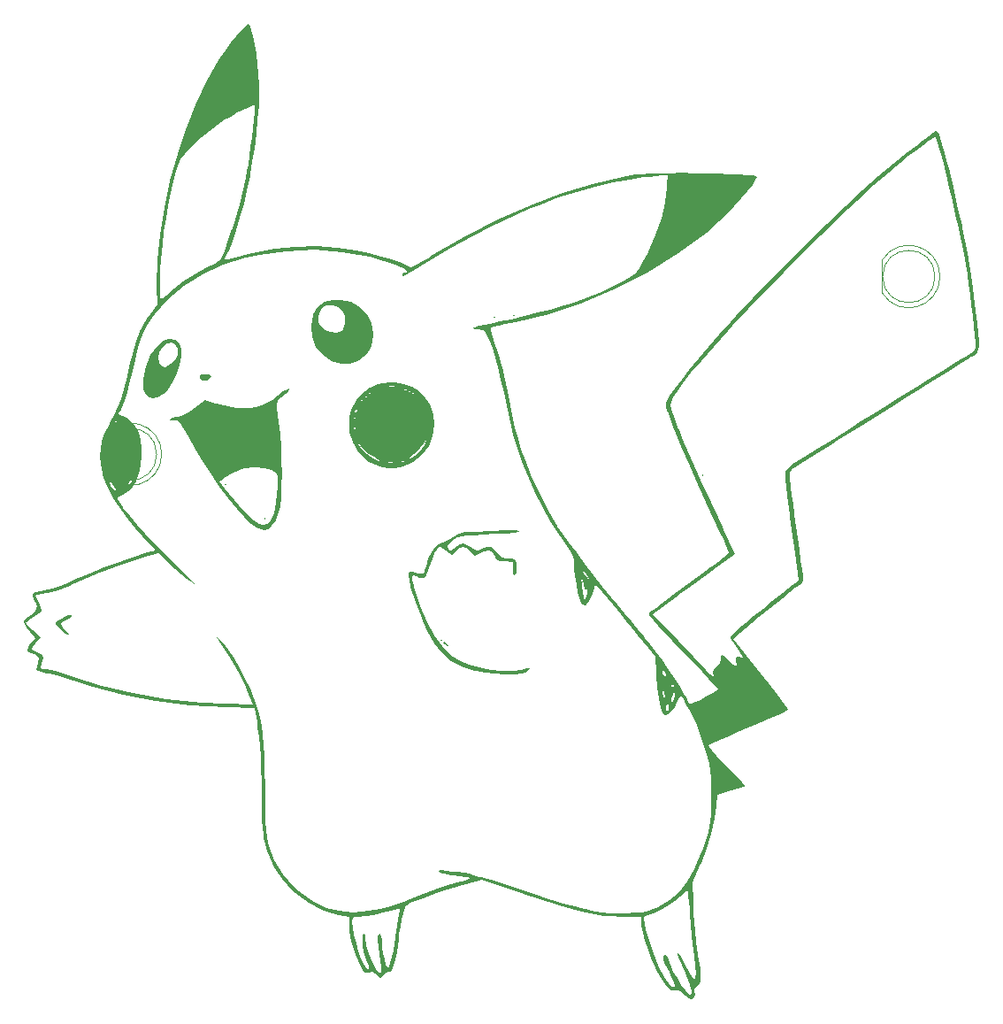
<source format=gbr>
%TF.GenerationSoftware,KiCad,Pcbnew,9.0.2*%
%TF.CreationDate,2025-05-13T19:13:25+05:30*%
%TF.ProjectId,transisted,7472616e-7369-4737-9465-642e6b696361,rev?*%
%TF.SameCoordinates,Original*%
%TF.FileFunction,Legend,Top*%
%TF.FilePolarity,Positive*%
%FSLAX46Y46*%
G04 Gerber Fmt 4.6, Leading zero omitted, Abs format (unit mm)*
G04 Created by KiCad (PCBNEW 9.0.2) date 2025-05-13 19:13:25*
%MOMM*%
%LPD*%
G01*
G04 APERTURE LIST*
%ADD10C,0.000000*%
%ADD11C,0.120000*%
G04 APERTURE END LIST*
D10*
%TO.C,G\u002A\u002A\u002A*%
G36*
X63934455Y-28477340D02*
G01*
X64086364Y-28892464D01*
X64242440Y-29521278D01*
X64394838Y-30312189D01*
X64535710Y-31213601D01*
X64657210Y-32173921D01*
X64751491Y-33141556D01*
X64810706Y-34064910D01*
X64827009Y-34892390D01*
X64823103Y-35090456D01*
X64767093Y-36161775D01*
X64662419Y-37444870D01*
X64520371Y-38839729D01*
X64352241Y-40246339D01*
X64169318Y-41564690D01*
X63982894Y-42694769D01*
X63937781Y-42932500D01*
X63659501Y-44239655D01*
X63336782Y-45569964D01*
X62986757Y-46865614D01*
X62626561Y-48068792D01*
X62273329Y-49121688D01*
X61944196Y-49966490D01*
X61707269Y-50458111D01*
X61544961Y-50768017D01*
X61561955Y-50868469D01*
X61781485Y-50826509D01*
X61830235Y-50812938D01*
X64151538Y-50230169D01*
X66291591Y-49838643D01*
X68317955Y-49632377D01*
X70298191Y-49605386D01*
X72299862Y-49751685D01*
X72926598Y-49830101D01*
X74103776Y-50021851D01*
X75310862Y-50273587D01*
X76477386Y-50566213D01*
X77532880Y-50880634D01*
X78406875Y-51197756D01*
X78982327Y-51471005D01*
X79154384Y-51557347D01*
X79327113Y-51586745D01*
X79549341Y-51539311D01*
X79869897Y-51395160D01*
X80337609Y-51134406D01*
X81001304Y-50737163D01*
X81440165Y-50470007D01*
X84563920Y-48669413D01*
X87689502Y-47072337D01*
X90786015Y-45691092D01*
X93822563Y-44537993D01*
X96768251Y-43625355D01*
X99592184Y-42965492D01*
X100787223Y-42758552D01*
X101345974Y-42698679D01*
X102115081Y-42653470D01*
X103052423Y-42622205D01*
X104115877Y-42604167D01*
X105263320Y-42598637D01*
X106452629Y-42604898D01*
X107641682Y-42622231D01*
X108788357Y-42649919D01*
X109850531Y-42687242D01*
X110786081Y-42733485D01*
X111552885Y-42787927D01*
X112108821Y-42849851D01*
X112411765Y-42918539D01*
X112455348Y-42957460D01*
X112344004Y-43251562D01*
X112034378Y-43719001D01*
X111563078Y-44319499D01*
X110966713Y-45012774D01*
X110281891Y-45758547D01*
X109545220Y-46516538D01*
X108793308Y-47246466D01*
X108062765Y-47908052D01*
X107613473Y-48284969D01*
X104905576Y-50286612D01*
X102002606Y-52088494D01*
X98951226Y-53669370D01*
X95798101Y-55007993D01*
X92589894Y-56083116D01*
X89373269Y-56873493D01*
X88325348Y-57066948D01*
X87735242Y-57178962D01*
X87267984Y-57290266D01*
X87012125Y-57379328D01*
X86996840Y-57389970D01*
X86981345Y-57587177D01*
X87068393Y-57994406D01*
X87239459Y-58528170D01*
X87264517Y-58596132D01*
X87521525Y-59305764D01*
X87747976Y-59989772D01*
X87956943Y-60700132D01*
X88161502Y-61488820D01*
X88374729Y-62407813D01*
X88609698Y-63509087D01*
X88879485Y-64844618D01*
X89034903Y-65633750D01*
X89302745Y-66915420D01*
X89575039Y-68006002D01*
X89888207Y-69030292D01*
X90278673Y-70113088D01*
X90528236Y-70750412D01*
X90907978Y-71642761D01*
X91380366Y-72664708D01*
X91903275Y-73732551D01*
X92434580Y-74762588D01*
X92932155Y-75671116D01*
X93353876Y-76374432D01*
X93375149Y-76407208D01*
X93826284Y-77066887D01*
X94439492Y-77917943D01*
X95174202Y-78907328D01*
X95989845Y-79981997D01*
X96845850Y-81088902D01*
X97701647Y-82174999D01*
X98516667Y-83187239D01*
X99110795Y-83906699D01*
X99771137Y-84695776D01*
X100449825Y-85508250D01*
X101081344Y-86265598D01*
X101600182Y-86889297D01*
X101759780Y-87081699D01*
X102218678Y-87661920D01*
X102771134Y-88401141D01*
X103375652Y-89239452D01*
X103990735Y-90116947D01*
X104574887Y-90973718D01*
X105086613Y-91749856D01*
X105484415Y-92385453D01*
X105706811Y-92780000D01*
X105899864Y-93150938D01*
X106029948Y-93379311D01*
X106046104Y-93401713D01*
X106207551Y-93369796D01*
X106566826Y-93215849D01*
X107049792Y-92979393D01*
X107582312Y-92699950D01*
X108090250Y-92417044D01*
X108499469Y-92170195D01*
X108735833Y-91998927D01*
X108765564Y-91951973D01*
X108648858Y-91812047D01*
X108337872Y-91473362D01*
X107859825Y-90964632D01*
X107241934Y-90314573D01*
X106511419Y-89551899D01*
X105695498Y-88705324D01*
X105331527Y-88329211D01*
X104362818Y-87325773D01*
X103598206Y-86523907D01*
X103017728Y-85900233D01*
X102601423Y-85431369D01*
X102329330Y-85093933D01*
X102181488Y-84864545D01*
X102168062Y-84819932D01*
X102475565Y-84819932D01*
X104223057Y-86617153D01*
X104931978Y-87351087D01*
X105663652Y-88116851D01*
X106343460Y-88835836D01*
X106896784Y-89429429D01*
X107021492Y-89565312D01*
X107600262Y-90179189D01*
X107998914Y-90551676D01*
X108231899Y-90692279D01*
X108313667Y-90610505D01*
X108280493Y-90393560D01*
X108323304Y-90060846D01*
X108579478Y-89819677D01*
X108902213Y-89445287D01*
X108962848Y-89110492D01*
X108990813Y-88786290D01*
X109101486Y-88688939D01*
X109335035Y-88823685D01*
X109731625Y-89195775D01*
X109748956Y-89213165D01*
X110170202Y-89601548D01*
X110418663Y-89736578D01*
X110510839Y-89619809D01*
X110469534Y-89280948D01*
X110417062Y-88952044D01*
X110511018Y-88854563D01*
X110800095Y-88907727D01*
X111236698Y-89017307D01*
X110576023Y-88094685D01*
X110249391Y-87615805D01*
X110013258Y-87226225D01*
X109915855Y-87005915D01*
X109915474Y-86999469D01*
X110031965Y-86837014D01*
X110348838Y-86523282D01*
X110817349Y-86103832D01*
X111374010Y-85636250D01*
X112154818Y-84998069D01*
X113041811Y-84271956D01*
X113896008Y-83571724D01*
X114288984Y-83249132D01*
X114899436Y-82752574D01*
X115453955Y-82310357D01*
X115887553Y-81973774D01*
X116120175Y-81803899D01*
X116494799Y-81555158D01*
X116129452Y-78952266D01*
X115974906Y-77852858D01*
X115805411Y-76649820D01*
X115638984Y-75470870D01*
X115493642Y-74443728D01*
X115459962Y-74206250D01*
X115346056Y-73361503D01*
X115251440Y-72579640D01*
X115185000Y-71940071D01*
X115155625Y-71522204D01*
X115154958Y-71480864D01*
X115148477Y-71335354D01*
X115146055Y-71215024D01*
X115172494Y-71101680D01*
X115252597Y-70977124D01*
X115411166Y-70823160D01*
X115673004Y-70621592D01*
X116062912Y-70354223D01*
X116605695Y-70002858D01*
X117326153Y-69549300D01*
X118249090Y-68975353D01*
X119399308Y-68262821D01*
X120313473Y-67696342D01*
X121293630Y-67086197D01*
X122409076Y-66388085D01*
X123530377Y-65683218D01*
X124528097Y-65052805D01*
X124645167Y-64978528D01*
X125186764Y-64637378D01*
X125928905Y-64173679D01*
X126817006Y-63621182D01*
X127796484Y-63013638D01*
X128812755Y-62384798D01*
X129811234Y-61768414D01*
X130737339Y-61198237D01*
X131536484Y-60708018D01*
X132154087Y-60331507D01*
X132418160Y-60172210D01*
X132970491Y-59815297D01*
X133282253Y-59537380D01*
X133403565Y-59289754D01*
X133410348Y-59208022D01*
X133389331Y-58801327D01*
X133331087Y-58141743D01*
X133242820Y-57290759D01*
X133131738Y-56309861D01*
X133005046Y-55260537D01*
X132869952Y-54204273D01*
X132733661Y-53202557D01*
X132603380Y-52316877D01*
X132600572Y-52298750D01*
X132447573Y-51386820D01*
X132249758Y-50322627D01*
X132015740Y-49143216D01*
X131754128Y-47885634D01*
X131473532Y-46586926D01*
X131182563Y-45284139D01*
X130889831Y-44014317D01*
X130603948Y-42814508D01*
X130333522Y-41721757D01*
X130087165Y-40773111D01*
X129873487Y-40005614D01*
X129701098Y-39456313D01*
X129578609Y-39162254D01*
X129538085Y-39122499D01*
X129339563Y-39218844D01*
X128940135Y-39486076D01*
X128382534Y-39891500D01*
X127709490Y-40402414D01*
X126963733Y-40986122D01*
X126187995Y-41609923D01*
X125425006Y-42241121D01*
X125075973Y-42537014D01*
X123655443Y-43782891D01*
X122071886Y-45225763D01*
X120369525Y-46822101D01*
X118592586Y-48528375D01*
X116785292Y-50301055D01*
X114991870Y-52096612D01*
X113256544Y-53871516D01*
X111623538Y-55582236D01*
X110137078Y-57185244D01*
X109673129Y-57697765D01*
X108288733Y-59251746D01*
X107121096Y-60593505D01*
X106161498Y-61734350D01*
X105401221Y-62685590D01*
X104831546Y-63458533D01*
X104443754Y-64064488D01*
X104229125Y-64514765D01*
X104178942Y-64820670D01*
X104179287Y-64823390D01*
X104257340Y-65123891D01*
X104431447Y-65646854D01*
X104676618Y-66321218D01*
X104967868Y-67075921D01*
X104997738Y-67151000D01*
X105315584Y-67940122D01*
X105628616Y-68698817D01*
X105954199Y-69465796D01*
X106309696Y-70279766D01*
X106712472Y-71179435D01*
X107179891Y-72203511D01*
X107729317Y-73390703D01*
X108378113Y-74779719D01*
X109143644Y-76409266D01*
X109297107Y-76735216D01*
X110375970Y-79026057D01*
X108616179Y-80307091D01*
X107839660Y-80873782D01*
X106907797Y-81556051D01*
X105920484Y-82280639D01*
X104977615Y-82974285D01*
X104665977Y-83204028D01*
X102475565Y-84819932D01*
X102168062Y-84819932D01*
X102137934Y-84719823D01*
X102178707Y-84636385D01*
X102178786Y-84636323D01*
X102385114Y-84479874D01*
X102797533Y-84172622D01*
X103366132Y-83751566D01*
X104040999Y-83253701D01*
X104460731Y-82944850D01*
X105332897Y-82303571D01*
X106280576Y-81606572D01*
X107200562Y-80929772D01*
X107989645Y-80349090D01*
X108129410Y-80246208D01*
X108743705Y-79781895D01*
X109251836Y-79374790D01*
X109605064Y-79065646D01*
X109754646Y-78895210D01*
X109756598Y-78885792D01*
X109691453Y-78701570D01*
X109508689Y-78272996D01*
X109227309Y-77642321D01*
X108866315Y-76851796D01*
X108444712Y-75943670D01*
X108174392Y-75368045D01*
X107392959Y-73689651D01*
X106637872Y-72027175D01*
X105932752Y-70434666D01*
X105301216Y-68966171D01*
X104766886Y-67675739D01*
X104371434Y-66665625D01*
X104158334Y-66101470D01*
X103970375Y-65609409D01*
X103868895Y-65348467D01*
X103752723Y-64934966D01*
X103724098Y-64685107D01*
X103829689Y-64387578D01*
X104131773Y-63886153D01*
X104608315Y-63207268D01*
X105237278Y-62377356D01*
X105996627Y-61422851D01*
X106864328Y-60370189D01*
X107818344Y-59245802D01*
X108836639Y-58076125D01*
X109897179Y-56887593D01*
X110977929Y-55706639D01*
X112056851Y-54559699D01*
X112839509Y-53750050D01*
X115123116Y-51434923D01*
X117220005Y-49345622D01*
X119148291Y-47465382D01*
X120926087Y-45777441D01*
X122571510Y-44265034D01*
X124102675Y-42911398D01*
X125537695Y-41699769D01*
X126894687Y-40613384D01*
X127695348Y-40002430D01*
X128334991Y-39523365D01*
X128892634Y-39105117D01*
X129313623Y-38788719D01*
X129543305Y-38615205D01*
X129558029Y-38603922D01*
X129665494Y-38559255D01*
X129770246Y-38623366D01*
X129885598Y-38831514D01*
X130024863Y-39218958D01*
X130201354Y-39820958D01*
X130428384Y-40672772D01*
X130618157Y-41411634D01*
X130811296Y-42174707D01*
X130986878Y-42881469D01*
X131159003Y-43591675D01*
X131341770Y-44365078D01*
X131549279Y-45261433D01*
X131795630Y-46340492D01*
X132094921Y-47662011D01*
X132138231Y-47853750D01*
X132623350Y-50266064D01*
X133051096Y-52956133D01*
X133402942Y-55749576D01*
X133539034Y-56963889D01*
X133638392Y-57903200D01*
X133697328Y-58608282D01*
X133712153Y-59119910D01*
X133679176Y-59478855D01*
X133594709Y-59725893D01*
X133455063Y-59901796D01*
X133256547Y-60047338D01*
X133000217Y-60200470D01*
X132643685Y-60416585D01*
X132067415Y-60771011D01*
X131299403Y-61246229D01*
X130367647Y-61824718D01*
X129300143Y-62488958D01*
X128124890Y-63221428D01*
X126869884Y-64004608D01*
X125563122Y-64820977D01*
X124232602Y-65653016D01*
X122906321Y-66483203D01*
X121612276Y-67294018D01*
X120378464Y-68067941D01*
X119232882Y-68787452D01*
X118203528Y-69435029D01*
X117318398Y-69993154D01*
X116605490Y-70444304D01*
X116092801Y-70770960D01*
X115808328Y-70955601D01*
X115761253Y-70988483D01*
X115640217Y-71163341D01*
X115596520Y-71469447D01*
X115623693Y-71982103D01*
X115652327Y-72256286D01*
X115704880Y-72686378D01*
X115793642Y-73372567D01*
X115910672Y-74256536D01*
X116048029Y-75279966D01*
X116197770Y-76384540D01*
X116351954Y-77511939D01*
X116502640Y-78603846D01*
X116641885Y-79601943D01*
X116761748Y-80447912D01*
X116854287Y-81083436D01*
X116855618Y-81092353D01*
X116880798Y-81554214D01*
X116768557Y-81799965D01*
X116711528Y-81839922D01*
X116521886Y-81977045D01*
X116130946Y-82281509D01*
X115581957Y-82718163D01*
X114918168Y-83251855D01*
X114182827Y-83847436D01*
X113419184Y-84469753D01*
X112670487Y-85083655D01*
X111979985Y-85653991D01*
X111390926Y-86145610D01*
X110946561Y-86523362D01*
X110907010Y-86557636D01*
X110231798Y-87144375D01*
X112848509Y-90478125D01*
X113541535Y-91368991D01*
X114161968Y-92181808D01*
X114684708Y-92882439D01*
X115084651Y-93436751D01*
X115336694Y-93810606D01*
X115415902Y-93969394D01*
X115261569Y-94070963D01*
X114853158Y-94274309D01*
X114230603Y-94561363D01*
X113433841Y-94914057D01*
X112502806Y-95314326D01*
X111667388Y-95665284D01*
X110650424Y-96091357D01*
X109729166Y-96483345D01*
X108944798Y-96823237D01*
X108338504Y-97093021D01*
X107951468Y-97274686D01*
X107827093Y-97344754D01*
X107883962Y-97502261D01*
X108145752Y-97843698D01*
X108584673Y-98337002D01*
X109172938Y-98950113D01*
X109515046Y-99292224D01*
X110130769Y-99905726D01*
X110658114Y-100441495D01*
X111059184Y-100860195D01*
X111296083Y-101122485D01*
X111344098Y-101190890D01*
X111205584Y-101282281D01*
X110852189Y-101413208D01*
X110590035Y-101491371D01*
X109987401Y-101662080D01*
X109393013Y-101837008D01*
X109233695Y-101885538D01*
X108631418Y-102071518D01*
X108573809Y-103180446D01*
X108425532Y-104406406D01*
X108114861Y-105787623D01*
X107669222Y-107224845D01*
X107116045Y-108618823D01*
X107001758Y-108869077D01*
X106273544Y-110427414D01*
X106354159Y-112359019D01*
X106402206Y-113332718D01*
X106465403Y-114231430D01*
X106552686Y-115145053D01*
X106672996Y-116163482D01*
X106835271Y-117376613D01*
X106896521Y-117813534D01*
X107016121Y-118781937D01*
X107057856Y-119484711D01*
X107019021Y-119964700D01*
X106896907Y-120264750D01*
X106732718Y-120406582D01*
X106492316Y-120660124D01*
X106498193Y-120866054D01*
X106525466Y-121245385D01*
X106402905Y-121556052D01*
X106197439Y-121672500D01*
X105975713Y-121566047D01*
X105654115Y-121300027D01*
X105544902Y-121191218D01*
X105179377Y-120873757D01*
X104859362Y-120778742D01*
X104659843Y-120803054D01*
X104380699Y-120819646D01*
X104126634Y-120694474D01*
X103812732Y-120375959D01*
X103663890Y-120198133D01*
X103291941Y-119673751D01*
X102898707Y-119010553D01*
X102615121Y-118448582D01*
X102320262Y-117734121D01*
X102025975Y-116911148D01*
X101756694Y-116061383D01*
X101536852Y-115266546D01*
X101390886Y-114608357D01*
X101342848Y-114193491D01*
X101342848Y-113890754D01*
X101669822Y-113890754D01*
X101711810Y-114349212D01*
X101843237Y-114963034D01*
X102196810Y-116228316D01*
X102626370Y-117449224D01*
X103102285Y-118556026D01*
X103594923Y-119478991D01*
X104019794Y-120085000D01*
X104360769Y-120442138D01*
X104551656Y-120534445D01*
X104591860Y-120377195D01*
X104480784Y-119985663D01*
X104217832Y-119375121D01*
X104060059Y-119053293D01*
X103709892Y-118313727D01*
X103530668Y-117809379D01*
X103516726Y-117511616D01*
X103662405Y-117391807D01*
X103730442Y-117386250D01*
X103872646Y-117521129D01*
X103979528Y-117795555D01*
X104167808Y-118342716D01*
X104463389Y-118975695D01*
X104826048Y-119630679D01*
X105215560Y-120243854D01*
X105591698Y-120751408D01*
X105914239Y-121089528D01*
X106123169Y-121196250D01*
X106203209Y-121056449D01*
X106181952Y-120683042D01*
X106167826Y-120600937D01*
X106042733Y-120178369D01*
X105809560Y-119588421D01*
X105513100Y-118941988D01*
X105433252Y-118782404D01*
X105155097Y-118193123D01*
X104955459Y-117684616D01*
X104865873Y-117340795D01*
X104866475Y-117274279D01*
X104955847Y-117266064D01*
X105154111Y-117530307D01*
X105447486Y-118046624D01*
X105633544Y-118408940D01*
X105947134Y-119002967D01*
X106223848Y-119467264D01*
X106426608Y-119742781D01*
X106502223Y-119792460D01*
X106589691Y-119614044D01*
X106613629Y-119149783D01*
X106575281Y-118424651D01*
X106475895Y-117463626D01*
X106333181Y-116403266D01*
X106225584Y-115558437D01*
X106121673Y-114552770D01*
X106036759Y-113542713D01*
X106003004Y-113029829D01*
X105954215Y-112310074D01*
X105899846Y-111723840D01*
X105846683Y-111333311D01*
X105803341Y-111200221D01*
X105649340Y-111307461D01*
X105350062Y-111579144D01*
X105073473Y-111852344D01*
X104643015Y-112215871D01*
X104060601Y-112610475D01*
X103410399Y-112989811D01*
X102776577Y-113307535D01*
X102243304Y-113517300D01*
X101942639Y-113576250D01*
X101745724Y-113647617D01*
X101669822Y-113890754D01*
X101342848Y-113890754D01*
X101342848Y-113735000D01*
X99477535Y-113733561D01*
X98628470Y-113714793D01*
X97800251Y-113653300D01*
X96950074Y-113539277D01*
X96035137Y-113362920D01*
X95012638Y-113114425D01*
X93839774Y-112783987D01*
X92473742Y-112361802D01*
X90871740Y-111838065D01*
X90157676Y-111598747D01*
X86139995Y-110244983D01*
X84261016Y-110736338D01*
X83413875Y-110973615D01*
X82499479Y-111256173D01*
X81575602Y-111563207D01*
X80700016Y-111873910D01*
X79930493Y-112167474D01*
X79324806Y-112423092D01*
X78940728Y-112619959D01*
X78856721Y-112682709D01*
X78737718Y-112926527D01*
X78596661Y-113399797D01*
X78451374Y-114016986D01*
X78319683Y-114692561D01*
X78219412Y-115340988D01*
X78168388Y-115876734D01*
X78165347Y-116000206D01*
X78120551Y-116483594D01*
X78004566Y-117130492D01*
X77844999Y-117821428D01*
X77669458Y-118436933D01*
X77505549Y-118857537D01*
X77504709Y-118859133D01*
X77324234Y-119050330D01*
X77210673Y-119051780D01*
X77009044Y-119087685D01*
X76728120Y-119299727D01*
X76390561Y-119637286D01*
X76028659Y-119297297D01*
X75635054Y-119051829D01*
X75259287Y-119059576D01*
X75010061Y-119088436D01*
X74819130Y-118983698D01*
X74616494Y-118685550D01*
X74449288Y-118367493D01*
X74108676Y-117579219D01*
X73804074Y-116664880D01*
X73566452Y-115738218D01*
X73426777Y-114912976D01*
X73402848Y-114524015D01*
X73402848Y-114208971D01*
X73720348Y-114208971D01*
X73769349Y-114752647D01*
X73900842Y-115459296D01*
X74091561Y-116246912D01*
X74318241Y-117033487D01*
X74557617Y-117737015D01*
X74786421Y-118275489D01*
X74947216Y-118533443D01*
X75196734Y-118742505D01*
X75312418Y-118694381D01*
X75280644Y-118425748D01*
X75126792Y-118049952D01*
X74964298Y-117614228D01*
X74831091Y-117064144D01*
X74736568Y-116480248D01*
X74690122Y-115943082D01*
X74701150Y-115533192D01*
X74779046Y-115331124D01*
X74808641Y-115322500D01*
X74941069Y-115459399D01*
X74992232Y-115759062D01*
X75077189Y-116497610D01*
X75297662Y-117322817D01*
X75610522Y-118110483D01*
X75972639Y-118736407D01*
X76067226Y-118854687D01*
X76344220Y-119099859D01*
X76494882Y-119054360D01*
X76520076Y-118717556D01*
X76500297Y-118537187D01*
X76351584Y-117423470D01*
X76250426Y-116589237D01*
X76196053Y-116000171D01*
X76187695Y-115621955D01*
X76224580Y-115420271D01*
X76305940Y-115360803D01*
X76430067Y-115408654D01*
X76527966Y-115613819D01*
X76576651Y-115999366D01*
X76577848Y-116072927D01*
X76608001Y-116645131D01*
X76687329Y-117265333D01*
X76799128Y-117853321D01*
X76926698Y-118328883D01*
X77053337Y-118611807D01*
X77115741Y-118656250D01*
X77233821Y-118512244D01*
X77379175Y-118132370D01*
X77532602Y-117594837D01*
X77674904Y-116977858D01*
X77786883Y-116359642D01*
X77849338Y-115818402D01*
X77856159Y-115640000D01*
X77891780Y-115185129D01*
X77981308Y-114570694D01*
X78079836Y-114054016D01*
X78183774Y-113523942D01*
X78242365Y-113132389D01*
X78243294Y-112966279D01*
X78073149Y-112977807D01*
X77700991Y-113070181D01*
X77421569Y-113155032D01*
X76641143Y-113370198D01*
X75770035Y-113554219D01*
X74936779Y-113683614D01*
X74269904Y-113734904D01*
X74246817Y-113735000D01*
X73886410Y-113765547D01*
X73743746Y-113916116D01*
X73720348Y-114208971D01*
X73402848Y-114208971D01*
X73402847Y-113798524D01*
X72410660Y-113596529D01*
X70961289Y-113152947D01*
X69556915Y-112440254D01*
X68283809Y-111504147D01*
X68038203Y-111280616D01*
X67004616Y-110162911D01*
X66227350Y-108980970D01*
X65646847Y-107638516D01*
X65496874Y-107172517D01*
X65364963Y-106707106D01*
X65265038Y-106269909D01*
X65191744Y-105803571D01*
X65139724Y-105250733D01*
X65103624Y-104554040D01*
X65078088Y-103656133D01*
X65057761Y-102499657D01*
X65057226Y-102463750D01*
X65028342Y-100879480D01*
X64990777Y-99553105D01*
X64940923Y-98425058D01*
X64875174Y-97435773D01*
X64789922Y-96525686D01*
X64681562Y-95635230D01*
X64615041Y-95161250D01*
X64418328Y-93811875D01*
X61647775Y-93714583D01*
X58162747Y-93497247D01*
X54865435Y-93098691D01*
X51778085Y-92522839D01*
X48922943Y-91773618D01*
X47049723Y-91138868D01*
X46267186Y-90872276D01*
X45457005Y-90639924D01*
X44750844Y-90478095D01*
X44509723Y-90438933D01*
X43990255Y-90349648D01*
X43628532Y-90246142D01*
X43504201Y-90153127D01*
X43548338Y-89907667D01*
X43623855Y-89498225D01*
X43639276Y-89415383D01*
X43688664Y-89026213D01*
X43597434Y-88809494D01*
X43295671Y-88640405D01*
X43176985Y-88590046D01*
X42813213Y-88415522D01*
X42616639Y-88277359D01*
X42605348Y-88253289D01*
X42699725Y-87974860D01*
X42920973Y-87613537D01*
X43176267Y-87315638D01*
X43226591Y-87274030D01*
X43346592Y-87137795D01*
X43308406Y-86964050D01*
X43081806Y-86682341D01*
X42883160Y-86473586D01*
X42546781Y-86080085D01*
X42330945Y-85736644D01*
X42287847Y-85592121D01*
X42289351Y-85589192D01*
X42448869Y-85589192D01*
X42518608Y-85718992D01*
X42776111Y-85991335D01*
X43146330Y-86330120D01*
X43920896Y-87002075D01*
X43406299Y-87588169D01*
X43111964Y-87941184D01*
X43015136Y-88133608D01*
X43093546Y-88233989D01*
X43185087Y-88269026D01*
X43761684Y-88491026D01*
X44063237Y-88709448D01*
X44130018Y-88957917D01*
X44110744Y-89041912D01*
X43947681Y-89588223D01*
X43906247Y-89898967D01*
X44010105Y-90040587D01*
X44282918Y-90079523D01*
X44480906Y-90081250D01*
X44907828Y-90139904D01*
X45551183Y-90301836D01*
X46335259Y-90545999D01*
X46999725Y-90781448D01*
X49734951Y-91669794D01*
X52690980Y-92374148D01*
X55879780Y-92896635D01*
X59313317Y-93239376D01*
X61543931Y-93361516D01*
X64210640Y-93465552D01*
X63886558Y-92643347D01*
X63444448Y-91616900D01*
X62910268Y-90566837D01*
X62238464Y-89406948D01*
X61819672Y-88731875D01*
X61341451Y-87973191D01*
X61016825Y-87450231D01*
X60829399Y-87130560D01*
X60762775Y-86981743D01*
X60800558Y-86971345D01*
X60926351Y-87066931D01*
X61017177Y-87144375D01*
X61406133Y-87569019D01*
X61880362Y-88225565D01*
X62404928Y-89052050D01*
X62944894Y-89986512D01*
X63465324Y-90966988D01*
X63931284Y-91931515D01*
X64307835Y-92818131D01*
X64470495Y-93269196D01*
X64693839Y-93994379D01*
X64876557Y-94712367D01*
X65023108Y-95466624D01*
X65137952Y-96300616D01*
X65225546Y-97257808D01*
X65290351Y-98381664D01*
X65336825Y-99715650D01*
X65369427Y-101303230D01*
X65381188Y-102146250D01*
X65404886Y-103522232D01*
X65439530Y-104616320D01*
X65487346Y-105464000D01*
X65550557Y-106100756D01*
X65631390Y-106562075D01*
X65666452Y-106696234D01*
X66283439Y-108323706D01*
X67129221Y-109739293D01*
X68219657Y-110966625D01*
X68947473Y-111583892D01*
X70097176Y-112359382D01*
X71249766Y-112897896D01*
X72459360Y-113209836D01*
X73780074Y-113305602D01*
X75266026Y-113195597D01*
X76379106Y-113012321D01*
X77060937Y-112843413D01*
X77887103Y-112584945D01*
X78714860Y-112282977D01*
X78998481Y-112167106D01*
X80329356Y-111626408D01*
X81622556Y-111144817D01*
X82804532Y-110747980D01*
X83801737Y-110461546D01*
X84078785Y-110395388D01*
X84565403Y-110268537D01*
X84896543Y-110146989D01*
X84991598Y-110073180D01*
X84848637Y-109992337D01*
X84481369Y-109911923D01*
X84158160Y-109869754D01*
X83192599Y-109752642D01*
X82508740Y-109627020D01*
X82120989Y-109495876D01*
X82043882Y-109431210D01*
X82015761Y-109351714D01*
X82084173Y-109308910D01*
X82297414Y-109303674D01*
X82703779Y-109336882D01*
X83351564Y-109409410D01*
X83800973Y-109463090D01*
X84451358Y-109554741D01*
X84983447Y-109654357D01*
X85316684Y-109745770D01*
X85380535Y-109780143D01*
X85653120Y-109900710D01*
X85860043Y-109925000D01*
X86131582Y-109967134D01*
X86629432Y-110096315D01*
X87366867Y-110316712D01*
X88357163Y-110632495D01*
X89613594Y-111047831D01*
X91149437Y-111566890D01*
X91845316Y-111804604D01*
X92854192Y-112134053D01*
X93952488Y-112466269D01*
X95017714Y-112765703D01*
X95927377Y-112996806D01*
X96052191Y-113025492D01*
X96951763Y-113216291D01*
X97687435Y-113335046D01*
X98387144Y-113393769D01*
X99178824Y-113404471D01*
X99914098Y-113388082D01*
X100770190Y-113356149D01*
X101393964Y-113310961D01*
X101870595Y-113236822D01*
X102285255Y-113118032D01*
X102723117Y-112938894D01*
X102971389Y-112824591D01*
X104086019Y-112189565D01*
X105008582Y-111399685D01*
X105790718Y-110401048D01*
X106466768Y-109176255D01*
X106842239Y-108333527D01*
X107219565Y-107397393D01*
X107538055Y-106521574D01*
X107644082Y-106194375D01*
X107815699Y-105607978D01*
X107935841Y-105101254D01*
X108013483Y-104594342D01*
X108057600Y-104007382D01*
X108077167Y-103260514D01*
X108081178Y-102305000D01*
X108072242Y-101252411D01*
X108041395Y-100431713D01*
X107980598Y-99757598D01*
X107881813Y-99144760D01*
X107737000Y-98507893D01*
X107715338Y-98422644D01*
X107431475Y-97434093D01*
X107082350Y-96399549D01*
X106700536Y-95402815D01*
X106318607Y-94527695D01*
X105969137Y-93857994D01*
X105894735Y-93738705D01*
X105636515Y-93315799D01*
X105451284Y-92963190D01*
X105424529Y-92899062D01*
X105262561Y-92649659D01*
X105079975Y-92716238D01*
X104878493Y-93098067D01*
X104863498Y-93137187D01*
X104601034Y-93676081D01*
X104276723Y-94124292D01*
X103949969Y-94415151D01*
X103680174Y-94481985D01*
X103668786Y-94478075D01*
X103434615Y-94229429D01*
X103248223Y-93741868D01*
X103724098Y-93741868D01*
X103792383Y-93994701D01*
X103882848Y-94050000D01*
X104001172Y-93913864D01*
X104041598Y-93643756D01*
X103991204Y-93373660D01*
X103882848Y-93335625D01*
X103749487Y-93559537D01*
X103724098Y-93741868D01*
X103248223Y-93741868D01*
X103227989Y-93688940D01*
X103143756Y-93296826D01*
X104233291Y-93296826D01*
X104299683Y-93358124D01*
X104325648Y-93335625D01*
X104462842Y-93081192D01*
X104586568Y-92671261D01*
X104597223Y-92621250D01*
X104643654Y-92263173D01*
X104577262Y-92201875D01*
X104551297Y-92224375D01*
X104414103Y-92478807D01*
X104290377Y-92888738D01*
X104279723Y-92938750D01*
X104233291Y-93296826D01*
X103143756Y-93296826D01*
X103054538Y-92881510D01*
X102986474Y-92351011D01*
X103432971Y-92351011D01*
X103501792Y-92649623D01*
X103612246Y-92780000D01*
X103628828Y-92643044D01*
X103593547Y-92308827D01*
X103586602Y-92264062D01*
X103517567Y-91976445D01*
X103454943Y-91986593D01*
X103441920Y-92035210D01*
X103432971Y-92351011D01*
X102986474Y-92351011D01*
X102919889Y-91832037D01*
X102902792Y-91607256D01*
X104254917Y-91607256D01*
X104279723Y-91668750D01*
X104422376Y-91820194D01*
X104447841Y-91827500D01*
X104516027Y-91704676D01*
X104517848Y-91668750D01*
X104395808Y-91516100D01*
X104349729Y-91510000D01*
X104254917Y-91607256D01*
X102902792Y-91607256D01*
X102843422Y-90826720D01*
X102812779Y-90288844D01*
X103442757Y-90288844D01*
X103447408Y-90361064D01*
X103518700Y-90608325D01*
X103635519Y-90734520D01*
X103716565Y-90669653D01*
X103721667Y-90597187D01*
X103643524Y-90373305D01*
X103569944Y-90242001D01*
X103462516Y-90123697D01*
X103442757Y-90288844D01*
X102812779Y-90288844D01*
X102730424Y-88843272D01*
X102076323Y-88046627D01*
X101594031Y-87460675D01*
X101069561Y-86825607D01*
X100787223Y-86484769D01*
X100450850Y-86077114D01*
X99971747Y-85493446D01*
X99407511Y-84804071D01*
X98815743Y-84079296D01*
X98663041Y-83891965D01*
X98130535Y-83245924D01*
X97663094Y-82692835D01*
X97299486Y-82277500D01*
X97078477Y-82044721D01*
X97035854Y-82011458D01*
X96920616Y-82093958D01*
X96897848Y-82239149D01*
X96822528Y-82595038D01*
X96634679Y-83055728D01*
X96391464Y-83509878D01*
X96150049Y-83846145D01*
X96019850Y-83949278D01*
X95771449Y-83897341D01*
X95621472Y-83719337D01*
X95475116Y-83321518D01*
X95321383Y-82704167D01*
X95177699Y-81964282D01*
X95061494Y-81198859D01*
X95052557Y-81111875D01*
X95645958Y-81111875D01*
X95737113Y-82143750D01*
X95797432Y-82699499D01*
X95864891Y-83131558D01*
X95919716Y-83332774D01*
X96013175Y-83325711D01*
X96116389Y-83098932D01*
X96198441Y-82747606D01*
X96228608Y-82381875D01*
X96226017Y-82064375D01*
X96136169Y-82381875D01*
X96062783Y-82490439D01*
X95967755Y-82327800D01*
X95846140Y-81905625D01*
X95645958Y-81111875D01*
X95052557Y-81111875D01*
X94990195Y-80504896D01*
X94978642Y-80193350D01*
X95524614Y-80193350D01*
X95568672Y-80423853D01*
X95770930Y-80780848D01*
X95894335Y-80947408D01*
X96226813Y-81348072D01*
X96380368Y-81491202D01*
X96358394Y-81379197D01*
X96277100Y-81217881D01*
X96020667Y-80865648D01*
X95874640Y-80722193D01*
X95660714Y-80429554D01*
X95615315Y-80258999D01*
X95573682Y-80121769D01*
X95524614Y-80193350D01*
X94978642Y-80193350D01*
X94976225Y-80128183D01*
X94943280Y-79576507D01*
X94802368Y-79129768D01*
X94500964Y-78633883D01*
X94435050Y-78540683D01*
X92679746Y-75875161D01*
X91222197Y-73190212D01*
X90043523Y-70442971D01*
X89124844Y-67590575D01*
X88567293Y-65218592D01*
X88244716Y-63647471D01*
X87953480Y-62332578D01*
X87678746Y-61216018D01*
X87405678Y-60239895D01*
X87119438Y-59346315D01*
X86914370Y-58768957D01*
X86693593Y-58188232D01*
X86524647Y-57841649D01*
X86352706Y-57664304D01*
X86122943Y-57591291D01*
X85899577Y-57567604D01*
X85518566Y-57509110D01*
X85318112Y-57426246D01*
X85309098Y-57405931D01*
X85454806Y-57332890D01*
X85848343Y-57224278D01*
X86424324Y-57096529D01*
X86919454Y-57001171D01*
X87838652Y-56818539D01*
X88960118Y-56571444D01*
X90195551Y-56281568D01*
X91456647Y-55970590D01*
X92655103Y-55660192D01*
X93702618Y-55372053D01*
X94385387Y-55168108D01*
X95413474Y-54817874D01*
X96486502Y-54407614D01*
X97553676Y-53961173D01*
X98564202Y-53502397D01*
X99467285Y-53055133D01*
X100212131Y-52643226D01*
X100747945Y-52290523D01*
X100992492Y-52066337D01*
X101250866Y-51670357D01*
X101587686Y-51060117D01*
X101963705Y-50316236D01*
X102339680Y-49519335D01*
X102676365Y-48750036D01*
X102934515Y-48088959D01*
X102949808Y-48045438D01*
X103292414Y-46951370D01*
X103573920Y-45838247D01*
X103774489Y-44798891D01*
X103874286Y-43926124D01*
X103881735Y-43684686D01*
X103882848Y-42769997D01*
X103287535Y-42845600D01*
X102801623Y-42901270D01*
X102159979Y-42967130D01*
X101660348Y-43014351D01*
X100293038Y-43195317D01*
X98716384Y-43501294D01*
X97003469Y-43912236D01*
X95227375Y-44408101D01*
X93461186Y-44968845D01*
X91777986Y-45574423D01*
X90627223Y-46040312D01*
X89508678Y-46541952D01*
X88229590Y-47154046D01*
X86844790Y-47847139D01*
X85409107Y-48591775D01*
X83977368Y-49358500D01*
X82604405Y-50117856D01*
X81345045Y-50840388D01*
X80254119Y-51496642D01*
X79386455Y-52057160D01*
X79243338Y-52156025D01*
X78810475Y-52405221D01*
X78549630Y-52434657D01*
X78482848Y-52298750D01*
X78612314Y-52160045D01*
X78734202Y-52140000D01*
X78952269Y-52085628D01*
X78910384Y-51942312D01*
X78643096Y-51739751D01*
X78184952Y-51507645D01*
X77835710Y-51367614D01*
X75369729Y-50623652D01*
X72786601Y-50155374D01*
X70130195Y-49964823D01*
X67444381Y-50054041D01*
X64773029Y-50425072D01*
X63520323Y-50701010D01*
X61336306Y-51375785D01*
X59355682Y-52264473D01*
X57593181Y-53357620D01*
X56063531Y-54645769D01*
X54781459Y-56119468D01*
X54531640Y-56471229D01*
X54084997Y-57178979D01*
X53713850Y-57904312D01*
X53396101Y-58709553D01*
X53109650Y-59657024D01*
X52832401Y-60809052D01*
X52605674Y-61903125D01*
X52404671Y-62801152D01*
X52168294Y-63668090D01*
X51919328Y-64433994D01*
X51680556Y-65028922D01*
X51474761Y-65382932D01*
X51470595Y-65387687D01*
X51347031Y-65619574D01*
X51494519Y-65776936D01*
X51806194Y-65870413D01*
X52311739Y-66119200D01*
X52802622Y-66593669D01*
X53204671Y-67207627D01*
X53410843Y-67735103D01*
X53490388Y-68224363D01*
X53533908Y-68901989D01*
X53534032Y-69640143D01*
X53528548Y-69776549D01*
X53371202Y-71051369D01*
X53028522Y-72074651D01*
X52494213Y-72857061D01*
X51761978Y-73409266D01*
X51257732Y-73623735D01*
X51268757Y-73764281D01*
X51442529Y-74087404D01*
X51743033Y-74528096D01*
X51804272Y-74610217D01*
X52433286Y-75414805D01*
X53118313Y-76230883D01*
X53891010Y-77091926D01*
X54783031Y-78031411D01*
X55826031Y-79082816D01*
X57051666Y-80279616D01*
X58242223Y-81418671D01*
X58628864Y-81801777D01*
X58797063Y-82003846D01*
X58774901Y-82043920D01*
X58590460Y-81941043D01*
X58271823Y-81714256D01*
X57847071Y-81382601D01*
X57344287Y-80965122D01*
X56791553Y-80480860D01*
X56592337Y-80299889D01*
X55167994Y-78993303D01*
X54244483Y-79234426D01*
X51856083Y-79953805D01*
X49341041Y-80892287D01*
X46772756Y-82022417D01*
X46704547Y-82054767D01*
X45981258Y-82358217D01*
X45209485Y-82618873D01*
X44544530Y-82784923D01*
X44486066Y-82794948D01*
X43960167Y-82887165D01*
X43575651Y-82968719D01*
X43424695Y-83017735D01*
X43461480Y-83176834D01*
X43627497Y-83502473D01*
X43713927Y-83647554D01*
X43938343Y-84090461D01*
X43949714Y-84427009D01*
X43721673Y-84732682D01*
X43227851Y-85082963D01*
X43208244Y-85095205D01*
X42802137Y-85352013D01*
X42519450Y-85537881D01*
X42448869Y-85589192D01*
X42289351Y-85589192D01*
X42411540Y-85351306D01*
X42725163Y-85047271D01*
X42922847Y-84903031D01*
X43390591Y-84496560D01*
X43549746Y-84084818D01*
X43408357Y-83639057D01*
X43314674Y-83502470D01*
X43096650Y-83143595D01*
X43098302Y-82888920D01*
X43347729Y-82708100D01*
X43873029Y-82570793D01*
X44232535Y-82511263D01*
X44981102Y-82352233D01*
X45815271Y-82076124D01*
X46808506Y-81657077D01*
X47269694Y-81442264D01*
X47946656Y-81138275D01*
X48779028Y-80792215D01*
X49713242Y-80423454D01*
X50695733Y-80051359D01*
X51672933Y-79695300D01*
X52591277Y-79374644D01*
X53397197Y-79108761D01*
X54037128Y-78917018D01*
X54457501Y-78818784D01*
X54549653Y-78809999D01*
X54775894Y-78765546D01*
X54783653Y-78612524D01*
X54560689Y-78321443D01*
X54196020Y-77958020D01*
X53626273Y-77365387D01*
X52957481Y-76587840D01*
X52257016Y-75710855D01*
X51592249Y-74819909D01*
X51030553Y-74000481D01*
X50851612Y-73714837D01*
X50218063Y-72537222D01*
X50004035Y-71960969D01*
X50433060Y-71960969D01*
X50462504Y-72137891D01*
X50463853Y-72142500D01*
X50613134Y-72487645D01*
X50823291Y-72810636D01*
X51024036Y-73017538D01*
X51131804Y-73035210D01*
X51086903Y-72881223D01*
X50947996Y-72638564D01*
X52074032Y-72638564D01*
X52080602Y-72703948D01*
X52184905Y-72631806D01*
X52489478Y-72312219D01*
X52620850Y-72115868D01*
X52727900Y-71867469D01*
X52672932Y-71850890D01*
X52487365Y-72046179D01*
X52266422Y-72340937D01*
X52074032Y-72638564D01*
X50947996Y-72638564D01*
X50903014Y-72559984D01*
X50770422Y-72359549D01*
X50529551Y-72030502D01*
X50433060Y-71960969D01*
X50004035Y-71960969D01*
X49835610Y-71507500D01*
X50225348Y-71507500D01*
X50283432Y-71638169D01*
X50331181Y-71613333D01*
X50350180Y-71424934D01*
X50331181Y-71401666D01*
X50236804Y-71423458D01*
X50225348Y-71507500D01*
X49835610Y-71507500D01*
X49816797Y-71456849D01*
X49796972Y-71348750D01*
X52765348Y-71348750D01*
X52823432Y-71479419D01*
X52871181Y-71454583D01*
X52890180Y-71266184D01*
X52871181Y-71242916D01*
X52776804Y-71264708D01*
X52765348Y-71348750D01*
X49796972Y-71348750D01*
X49620742Y-70387818D01*
X49590348Y-69712808D01*
X49591897Y-69681875D01*
X49907848Y-69681875D01*
X49987223Y-69761250D01*
X50066598Y-69681875D01*
X49987223Y-69602500D01*
X49907848Y-69681875D01*
X49591897Y-69681875D01*
X49626905Y-68982604D01*
X49753191Y-68294477D01*
X49994129Y-67572831D01*
X50374642Y-66742067D01*
X50585439Y-66348125D01*
X51019098Y-66348125D01*
X51098473Y-66427500D01*
X51177848Y-66348125D01*
X51098473Y-66268750D01*
X51019098Y-66348125D01*
X50585439Y-66348125D01*
X50882752Y-65792500D01*
X51612717Y-64189987D01*
X52141667Y-62363551D01*
X52293257Y-61585625D01*
X52455871Y-60795379D01*
X52684544Y-59898101D01*
X52949740Y-58993182D01*
X53221924Y-58180017D01*
X53471559Y-57557997D01*
X53519786Y-57458125D01*
X53736652Y-57079610D01*
X54064909Y-56561678D01*
X54399749Y-56065542D01*
X55038788Y-55149210D01*
X55009715Y-53495026D01*
X55308475Y-53495026D01*
X55317331Y-54113646D01*
X55347641Y-54527086D01*
X55400243Y-54679972D01*
X55401085Y-54680000D01*
X55559248Y-54581682D01*
X55879795Y-54324493D01*
X56274211Y-53981060D01*
X57554888Y-52963555D01*
X59050097Y-52031738D01*
X59960092Y-51553741D01*
X60554281Y-51249962D01*
X60933822Y-51013772D01*
X61170358Y-50775495D01*
X61335536Y-50465456D01*
X61479344Y-50076250D01*
X61680177Y-49504033D01*
X61939374Y-48771379D01*
X62207951Y-48016649D01*
X62266164Y-47853750D01*
X62957801Y-45607049D01*
X63529575Y-43070055D01*
X63650445Y-42409341D01*
X63755860Y-41762349D01*
X63872383Y-40972147D01*
X63993159Y-40094733D01*
X64111336Y-39186103D01*
X64220059Y-38302256D01*
X64312475Y-37499188D01*
X64381730Y-36832897D01*
X64420971Y-36359380D01*
X64423343Y-36134634D01*
X64419577Y-36125184D01*
X64231887Y-36132147D01*
X63837192Y-36272352D01*
X63300183Y-36514763D01*
X62685551Y-36828344D01*
X62057987Y-37182060D01*
X61537199Y-37507999D01*
X60840459Y-37998392D01*
X60082841Y-38576238D01*
X59325045Y-39190474D01*
X58627770Y-39790034D01*
X58051714Y-40323855D01*
X57657577Y-40740873D01*
X57587143Y-40831050D01*
X57297838Y-41301755D01*
X57088820Y-41741875D01*
X56865793Y-42428978D01*
X56621577Y-43364473D01*
X56369228Y-44481106D01*
X56121804Y-45711619D01*
X55892360Y-46988757D01*
X55693954Y-48245266D01*
X55539642Y-49413889D01*
X55470806Y-50076250D01*
X55402237Y-50961839D01*
X55351766Y-51863748D01*
X55320232Y-52726602D01*
X55308475Y-53495026D01*
X55009715Y-53495026D01*
X55006066Y-53287417D01*
X55065369Y-50967416D01*
X55311009Y-48498844D01*
X55727170Y-45938168D01*
X56298032Y-43341855D01*
X57007780Y-40766374D01*
X57840594Y-38268190D01*
X58780657Y-35903773D01*
X59812152Y-33729588D01*
X60919260Y-31802104D01*
X61104296Y-31517444D01*
X61579762Y-30832735D01*
X62095301Y-30145412D01*
X62609739Y-29504299D01*
X63081900Y-28958220D01*
X63470609Y-28555997D01*
X63734690Y-28346454D01*
X63794560Y-28327500D01*
X63934455Y-28477340D01*
G37*
G36*
X89441900Y-76770918D02*
G01*
X89723762Y-76824580D01*
X89754098Y-76864241D01*
X89599662Y-76939710D01*
X89153606Y-77010785D01*
X88441807Y-77074513D01*
X87490141Y-77127943D01*
X87412535Y-77131336D01*
X86241308Y-77185313D01*
X85341535Y-77238557D01*
X84667274Y-77298451D01*
X84172583Y-77372378D01*
X83811519Y-77467721D01*
X83538141Y-77591865D01*
X83306507Y-77752193D01*
X83247458Y-77800709D01*
X82946451Y-78092775D01*
X82870111Y-78317619D01*
X82943404Y-78521566D01*
X83068979Y-78718024D01*
X83202888Y-78725749D01*
X83440053Y-78530196D01*
X83546047Y-78429221D01*
X83987891Y-78104423D01*
X84405983Y-78050895D01*
X84881946Y-78267659D01*
X85082025Y-78410792D01*
X85433301Y-78654038D01*
X85681439Y-78714094D01*
X85964864Y-78613815D01*
X86049510Y-78570520D01*
X86634193Y-78351659D01*
X87083351Y-78400577D01*
X87447930Y-78728082D01*
X87552632Y-78889375D01*
X87799176Y-79244652D01*
X88066717Y-79404602D01*
X88493356Y-79444663D01*
X88569784Y-79445000D01*
X89015183Y-79480896D01*
X89314086Y-79571047D01*
X89363729Y-79614277D01*
X89451146Y-79936606D01*
X89462597Y-80389776D01*
X89405264Y-80823387D01*
X89293723Y-81080124D01*
X89183683Y-81100585D01*
X89129269Y-80859020D01*
X89119098Y-80516921D01*
X89119098Y-79779092D01*
X88292111Y-79731108D01*
X87796515Y-79684176D01*
X87530338Y-79590082D01*
X87405552Y-79407538D01*
X87375688Y-79301274D01*
X87178848Y-78871043D01*
X86837322Y-78705610D01*
X86327439Y-78797174D01*
X86112530Y-78885008D01*
X85459912Y-79179298D01*
X85018631Y-78756524D01*
X84604622Y-78428740D01*
X84262147Y-78369096D01*
X83893685Y-78576980D01*
X83703162Y-78748287D01*
X83270477Y-79162825D01*
X82683182Y-78714873D01*
X82095886Y-78266921D01*
X81790912Y-78643548D01*
X81596173Y-78980694D01*
X81369731Y-79514765D01*
X81158132Y-80134982D01*
X81143214Y-80185088D01*
X80923139Y-80843756D01*
X80709726Y-81224492D01*
X80458759Y-81362759D01*
X80126020Y-81294022D01*
X79897880Y-81183908D01*
X79597580Y-81074992D01*
X79453686Y-81173062D01*
X79459305Y-81503953D01*
X79607542Y-82093496D01*
X79632841Y-82177145D01*
X80255106Y-84032571D01*
X80899022Y-85590047D01*
X81576417Y-86868969D01*
X82299120Y-87888735D01*
X83078961Y-88668742D01*
X83927767Y-89228388D01*
X83935257Y-89232228D01*
X84847879Y-89612610D01*
X85904350Y-89914273D01*
X87021944Y-90125915D01*
X88117939Y-90236233D01*
X89109612Y-90233926D01*
X89914239Y-90107693D01*
X90044535Y-90066896D01*
X90482100Y-89954459D01*
X90727492Y-89965271D01*
X90741977Y-90076918D01*
X90486820Y-90266991D01*
X90436669Y-90293784D01*
X89944371Y-90443366D01*
X89220782Y-90529305D01*
X88345452Y-90552627D01*
X87397936Y-90514356D01*
X86457784Y-90415514D01*
X85604550Y-90257127D01*
X85496309Y-90230194D01*
X84228039Y-89818645D01*
X83189918Y-89276951D01*
X82326072Y-88558472D01*
X81580630Y-87616572D01*
X80897720Y-86404613D01*
X80886936Y-86382648D01*
X80541780Y-85623592D01*
X80188704Y-84753068D01*
X79850984Y-83839669D01*
X79551893Y-82951987D01*
X79314707Y-82158613D01*
X79162701Y-81528139D01*
X79117848Y-81169033D01*
X79140445Y-80838590D01*
X79272605Y-80733864D01*
X79610875Y-80783683D01*
X79633785Y-80788702D01*
X80155201Y-80890186D01*
X80455693Y-80875602D01*
X80623222Y-80702337D01*
X80745749Y-80327779D01*
X80769020Y-80238750D01*
X81011173Y-79508903D01*
X81322134Y-78860795D01*
X81660962Y-78362129D01*
X81986714Y-78080607D01*
X82095649Y-78045046D01*
X82412583Y-77938675D01*
X82886954Y-77711748D01*
X83353924Y-77449734D01*
X83932471Y-77132694D01*
X84416418Y-76967244D01*
X84960345Y-76908210D01*
X85220383Y-76904278D01*
X85792757Y-76894339D01*
X86564296Y-76868132D01*
X87417343Y-76830095D01*
X87968160Y-76800647D01*
X88858882Y-76763018D01*
X89441900Y-76770918D01*
G37*
G36*
X82632309Y-87493596D02*
G01*
X82765914Y-87616788D01*
X82907370Y-87822264D01*
X82813017Y-87820939D01*
X82614945Y-87706200D01*
X82460564Y-87538753D01*
X82473260Y-87466670D01*
X82632309Y-87493596D01*
G37*
G36*
X82292848Y-87303125D02*
G01*
X82213473Y-87382500D01*
X82134098Y-87303125D01*
X82213473Y-87223750D01*
X82292848Y-87303125D01*
G37*
G36*
X46841313Y-84898048D02*
G01*
X46860655Y-85082486D01*
X46628578Y-85270065D01*
X46254777Y-85398524D01*
X45887892Y-85546064D01*
X45813739Y-85773592D01*
X46032855Y-86096544D01*
X46287201Y-86327600D01*
X46557464Y-86589878D01*
X46608390Y-86733409D01*
X46560705Y-86747500D01*
X46306106Y-86646764D01*
X45947685Y-86394260D01*
X45815727Y-86280198D01*
X45501598Y-85955829D01*
X45321105Y-85696902D01*
X45304098Y-85636272D01*
X45434460Y-85484788D01*
X45755085Y-85282906D01*
X46160282Y-85081383D01*
X46544359Y-84930975D01*
X46801624Y-84882440D01*
X46841313Y-84898048D01*
G37*
G36*
X67665879Y-63265969D02*
G01*
X67598819Y-63490449D01*
X67352472Y-63743241D01*
X66962605Y-64025759D01*
X66698893Y-64238542D01*
X66544801Y-64447325D01*
X66483796Y-64717845D01*
X66499342Y-65115838D01*
X66574905Y-65707041D01*
X66676652Y-66430105D01*
X66805393Y-67574393D01*
X66897425Y-68821902D01*
X66952682Y-70112198D01*
X66971100Y-71384847D01*
X66952612Y-72579416D01*
X66897153Y-73635472D01*
X66804658Y-74492581D01*
X66685981Y-75056113D01*
X66388817Y-75789196D01*
X66020389Y-76346266D01*
X65621686Y-76675445D01*
X65353501Y-76742635D01*
X65022221Y-76671994D01*
X64593546Y-76504427D01*
X64547357Y-76482174D01*
X64031727Y-76128132D01*
X63395453Y-75530246D01*
X62666325Y-74725336D01*
X61872135Y-73750222D01*
X61040674Y-72641726D01*
X60663230Y-72100854D01*
X61030473Y-72100854D01*
X61541348Y-72816462D01*
X61926426Y-73316827D01*
X62419052Y-73905233D01*
X62849086Y-74385097D01*
X63653732Y-75210786D01*
X64303303Y-75789914D01*
X64823934Y-76136630D01*
X65241759Y-76265084D01*
X65582914Y-76189425D01*
X65817548Y-75992187D01*
X66031628Y-75650008D01*
X66223766Y-75194090D01*
X66235199Y-75158750D01*
X66334428Y-74721016D01*
X66432883Y-74085505D01*
X66520113Y-73353072D01*
X66585662Y-72624570D01*
X66619079Y-72000854D01*
X66609910Y-71582779D01*
X66607637Y-71565452D01*
X66414956Y-71263677D01*
X65970285Y-71006396D01*
X65338468Y-70817581D01*
X64584351Y-70721206D01*
X64303825Y-70713750D01*
X63344118Y-70848182D01*
X62344895Y-71224634D01*
X61411962Y-71802832D01*
X61382598Y-71825612D01*
X61030473Y-72100854D01*
X60663230Y-72100854D01*
X60199733Y-71436668D01*
X59377103Y-70171869D01*
X58600575Y-68884150D01*
X58006846Y-67816562D01*
X57636812Y-67134988D01*
X57368566Y-66688339D01*
X57161494Y-66427764D01*
X56974981Y-66304414D01*
X56768412Y-66269439D01*
X56719948Y-66268750D01*
X56354070Y-66230443D01*
X56268191Y-66138389D01*
X56437260Y-66026885D01*
X56836228Y-65930232D01*
X56981220Y-65911007D01*
X57498655Y-65794910D01*
X58024401Y-65537180D01*
X58658315Y-65088840D01*
X58659752Y-65087724D01*
X59614911Y-64345976D01*
X60357317Y-64588832D01*
X61047235Y-64777154D01*
X61839728Y-64936390D01*
X62637521Y-65052857D01*
X63343342Y-65112874D01*
X63859919Y-65102756D01*
X63930333Y-65091440D01*
X64776063Y-64891052D01*
X65437477Y-64642256D01*
X66047522Y-64284281D01*
X66593223Y-63874210D01*
X67128604Y-63474628D01*
X67493938Y-63263464D01*
X67661554Y-63256410D01*
X67665879Y-63265969D01*
G37*
G36*
X77762088Y-62652537D02*
G01*
X78701143Y-62776307D01*
X79452552Y-63043014D01*
X80132781Y-63504363D01*
X80548788Y-63889690D01*
X81157647Y-64713022D01*
X81511687Y-65676313D01*
X81604940Y-66722343D01*
X81431436Y-67793890D01*
X81052112Y-68714800D01*
X80403834Y-69582324D01*
X79525238Y-70243291D01*
X78586805Y-70635939D01*
X77865826Y-70813006D01*
X77269009Y-70846721D01*
X76645555Y-70733271D01*
X76140915Y-70574086D01*
X75561953Y-70325791D01*
X77087027Y-70325791D01*
X77277835Y-70352098D01*
X77450973Y-70356215D01*
X77777693Y-70343437D01*
X77862021Y-70307462D01*
X77810011Y-70287176D01*
X77428783Y-70257606D01*
X77175011Y-70283972D01*
X77087027Y-70325791D01*
X75561953Y-70325791D01*
X75325388Y-70224337D01*
X74705775Y-69774901D01*
X74200367Y-69150541D01*
X73837775Y-68493732D01*
X74303622Y-68493732D01*
X74325238Y-68570625D01*
X74650530Y-69016855D01*
X75147568Y-69494231D01*
X75701623Y-69897012D01*
X75863473Y-69988357D01*
X76220906Y-70169403D01*
X76378860Y-70226762D01*
X76404947Y-70199545D01*
X78392950Y-70199545D01*
X78548993Y-70224967D01*
X78754894Y-70195779D01*
X78757353Y-70141588D01*
X78544883Y-70103692D01*
X78453082Y-70129055D01*
X78392950Y-70199545D01*
X76404947Y-70199545D01*
X76418277Y-70185637D01*
X76419098Y-70161351D01*
X76291462Y-70050082D01*
X76131546Y-69955050D01*
X79073574Y-69955050D01*
X79096266Y-69990994D01*
X79308834Y-69878664D01*
X79675439Y-69633917D01*
X79872077Y-69491498D01*
X80278536Y-69117603D01*
X80596855Y-68702578D01*
X80626139Y-68649677D01*
X80817164Y-68239050D01*
X80852310Y-68072141D01*
X80742210Y-68165497D01*
X80524346Y-68491250D01*
X80244177Y-68893638D01*
X79978072Y-69188268D01*
X79929627Y-69226942D01*
X79627640Y-69459967D01*
X79276598Y-69754974D01*
X79073574Y-69955050D01*
X76131546Y-69955050D01*
X75969842Y-69858955D01*
X75799453Y-69769083D01*
X75303005Y-69441377D01*
X74808410Y-69002764D01*
X74671755Y-68853044D01*
X74418939Y-68575590D01*
X74303622Y-68493732D01*
X73837775Y-68493732D01*
X73792586Y-68411875D01*
X73663124Y-68015000D01*
X74037848Y-68015000D01*
X74095932Y-68145669D01*
X74143681Y-68120833D01*
X74162680Y-67932434D01*
X74143681Y-67909166D01*
X74049304Y-67930958D01*
X74037848Y-68015000D01*
X73663124Y-68015000D01*
X73559555Y-67697500D01*
X80864098Y-67697500D01*
X80922182Y-67828169D01*
X80969931Y-67803333D01*
X80988930Y-67614934D01*
X80969931Y-67591666D01*
X80875554Y-67613458D01*
X80864098Y-67697500D01*
X73559555Y-67697500D01*
X73453669Y-67372899D01*
X73435357Y-66983125D01*
X73910046Y-66983125D01*
X73927205Y-67254242D01*
X73976901Y-67278111D01*
X73983227Y-67263958D01*
X74014632Y-66948810D01*
X73989110Y-66787708D01*
X73938577Y-66722970D01*
X73911093Y-66933826D01*
X73910046Y-66983125D01*
X73435357Y-66983125D01*
X73416711Y-66586250D01*
X81047913Y-66586250D01*
X81072861Y-66811616D01*
X81127985Y-66784687D01*
X81148952Y-66459671D01*
X81127985Y-66387812D01*
X81070042Y-66367869D01*
X81047913Y-66586250D01*
X73416711Y-66586250D01*
X73403046Y-66295403D01*
X73463671Y-66017395D01*
X73891630Y-66017395D01*
X73920818Y-66223296D01*
X73975009Y-66225755D01*
X74012905Y-66013285D01*
X73987542Y-65921484D01*
X73917052Y-65861352D01*
X73891630Y-66017395D01*
X73463671Y-66017395D01*
X73551654Y-65613930D01*
X73920346Y-65613930D01*
X74036639Y-65537844D01*
X74057546Y-65517333D01*
X74182940Y-65309193D01*
X74165938Y-65232674D01*
X74047849Y-65280314D01*
X73968679Y-65428465D01*
X73920346Y-65613930D01*
X73551654Y-65613930D01*
X73632000Y-65245488D01*
X74131808Y-64289256D01*
X74135678Y-64284375D01*
X74514098Y-64284375D01*
X74593473Y-64363750D01*
X74672848Y-64284375D01*
X74593473Y-64205000D01*
X74514098Y-64284375D01*
X74135678Y-64284375D01*
X74377309Y-63979602D01*
X74391733Y-63966875D01*
X74990348Y-63966875D01*
X75069723Y-64046250D01*
X75149098Y-63966875D01*
X75069723Y-63887500D01*
X74990348Y-63966875D01*
X74391733Y-63966875D01*
X74751577Y-63649375D01*
X75307848Y-63649375D01*
X75387223Y-63728750D01*
X75466598Y-63649375D01*
X79435348Y-63649375D01*
X79514723Y-63728750D01*
X79594098Y-63649375D01*
X79514723Y-63570000D01*
X79435348Y-63649375D01*
X75466598Y-63649375D01*
X75387223Y-63570000D01*
X75307848Y-63649375D01*
X74751577Y-63649375D01*
X74931499Y-63490625D01*
X79117848Y-63490625D01*
X79197223Y-63570000D01*
X79276598Y-63490625D01*
X79197223Y-63411250D01*
X79117848Y-63490625D01*
X74931499Y-63490625D01*
X75141409Y-63305416D01*
X78694514Y-63305416D01*
X78716306Y-63399793D01*
X78800348Y-63411250D01*
X78931017Y-63353165D01*
X78906181Y-63305416D01*
X78717782Y-63286417D01*
X78694514Y-63305416D01*
X75141409Y-63305416D01*
X75201485Y-63252409D01*
X75669483Y-63034270D01*
X77190818Y-63034270D01*
X77401674Y-63061754D01*
X77450973Y-63062801D01*
X77722090Y-63045642D01*
X77745959Y-62995946D01*
X77731806Y-62989620D01*
X77416658Y-62958215D01*
X77255556Y-62983737D01*
X77190818Y-63034270D01*
X75669483Y-63034270D01*
X76152498Y-62809131D01*
X77250056Y-62642043D01*
X77762088Y-62652537D01*
G37*
G36*
X56744157Y-58545494D02*
G01*
X57046027Y-58753230D01*
X57149328Y-58892609D01*
X57328477Y-59422306D01*
X57335074Y-60131038D01*
X57190873Y-60946742D01*
X56917631Y-61797356D01*
X56537103Y-62610816D01*
X56071044Y-63315058D01*
X55693437Y-63715168D01*
X55111999Y-64100043D01*
X54591797Y-64175670D01*
X54124918Y-63942678D01*
X54026433Y-63847812D01*
X53846470Y-63615624D01*
X53754128Y-63340044D01*
X53731997Y-62926395D01*
X53756376Y-62379375D01*
X53959244Y-61124633D01*
X54322527Y-60255492D01*
X55142172Y-60255492D01*
X55255078Y-60747859D01*
X55396062Y-60939285D01*
X55614809Y-61127963D01*
X55815995Y-61161249D01*
X56109273Y-61032257D01*
X56368296Y-60878228D01*
X56805620Y-60474640D01*
X56978140Y-60022412D01*
X56992804Y-59407377D01*
X56803257Y-59001736D01*
X56458977Y-58833626D01*
X56009444Y-58931184D01*
X55591847Y-59234075D01*
X55258376Y-59716512D01*
X55142172Y-60255492D01*
X54322527Y-60255492D01*
X54413859Y-60036984D01*
X55067808Y-59145255D01*
X55462965Y-58749621D01*
X55793263Y-58552606D01*
X56174094Y-58491454D01*
X56272660Y-58490000D01*
X56744157Y-58545494D01*
G37*
G36*
X60094952Y-61882409D02*
G01*
X60226598Y-62044890D01*
X60092267Y-62278494D01*
X59781470Y-62428099D01*
X59432498Y-62451338D01*
X59221181Y-62352916D01*
X59095558Y-62094261D01*
X59248915Y-61903177D01*
X59643581Y-61823979D01*
X59670973Y-61823750D01*
X60094952Y-61882409D01*
G37*
G36*
X73599923Y-54925236D02*
G01*
X74449780Y-55395302D01*
X75102393Y-56087023D01*
X75528524Y-56968441D01*
X75698936Y-58007599D01*
X75700781Y-58117588D01*
X75681543Y-58708297D01*
X75590501Y-59118230D01*
X75386458Y-59482634D01*
X75217185Y-59705088D01*
X74799926Y-60141056D01*
X74335893Y-60505024D01*
X74185310Y-60593190D01*
X73495590Y-60807964D01*
X72710483Y-60847768D01*
X71979541Y-60711703D01*
X71735973Y-60607908D01*
X70896237Y-60001242D01*
X70269687Y-59205381D01*
X69889154Y-58279770D01*
X69787467Y-57283853D01*
X69801033Y-57104390D01*
X69870550Y-56791437D01*
X70472968Y-56791437D01*
X70481123Y-56826972D01*
X70730769Y-57293376D01*
X71160907Y-57636825D01*
X71684561Y-57832402D01*
X72214749Y-57855192D01*
X72664495Y-57680280D01*
X72838221Y-57502177D01*
X73059059Y-56930919D01*
X73014677Y-56306627D01*
X72727371Y-55757806D01*
X72364796Y-55442603D01*
X71892588Y-55296283D01*
X71217117Y-55289962D01*
X71211935Y-55290310D01*
X70894181Y-55453634D01*
X70631592Y-55828726D01*
X70474432Y-56309891D01*
X70472968Y-56791437D01*
X69870550Y-56791437D01*
X70015109Y-56140653D01*
X70432131Y-55420724D01*
X71050269Y-54946179D01*
X71867694Y-54718592D01*
X72582058Y-54708781D01*
X73599923Y-54925236D01*
G37*
G36*
X87372848Y-56346875D02*
G01*
X87293473Y-56426250D01*
X87214098Y-56346875D01*
X87293473Y-56267500D01*
X87372848Y-56346875D01*
G37*
G36*
X89277848Y-56188125D02*
G01*
X89198473Y-56267500D01*
X89119098Y-56188125D01*
X89198473Y-56108750D01*
X89277848Y-56188125D01*
G37*
G36*
X107322431Y-71401666D02*
G01*
X107341430Y-71590065D01*
X107322431Y-71613333D01*
X107228054Y-71591541D01*
X107216598Y-71507500D01*
X107274682Y-71376830D01*
X107322431Y-71401666D01*
G37*
G36*
X65412431Y-75529166D02*
G01*
X65431430Y-75717565D01*
X65412431Y-75740833D01*
X65318054Y-75719041D01*
X65306598Y-75635000D01*
X65364682Y-75504330D01*
X65412431Y-75529166D01*
G37*
G36*
X61655348Y-72380625D02*
G01*
X61575973Y-72460000D01*
X61496598Y-72380625D01*
X61575973Y-72301250D01*
X61655348Y-72380625D01*
G37*
D11*
%TO.C,D3*%
X124435000Y-50955000D02*
X124435000Y-54045000D01*
X124435000Y-50955170D02*
G75*
G02*
X129985000Y-52500000I2560000J-1544830D01*
G01*
X129985000Y-52500000D02*
G75*
G02*
X124435000Y-54044830I-2990000J0D01*
G01*
X129495000Y-52500000D02*
G75*
G02*
X124495000Y-52500000I-2500000J0D01*
G01*
X124495000Y-52500000D02*
G75*
G02*
X129495000Y-52500000I2500000J0D01*
G01*
%TO.C,D2*%
X49935000Y-67955000D02*
X49935000Y-71045000D01*
X49935000Y-67955170D02*
G75*
G02*
X55485000Y-69500000I2560000J-1544830D01*
G01*
X55485000Y-69500000D02*
G75*
G02*
X49935000Y-71044830I-2990000J0D01*
G01*
X54995000Y-69500000D02*
G75*
G02*
X49995000Y-69500000I-2500000J0D01*
G01*
X49995000Y-69500000D02*
G75*
G02*
X54995000Y-69500000I2500000J0D01*
G01*
%TO.C,D1*%
X74670000Y-64955000D02*
X74670000Y-68045000D01*
X74670000Y-64955170D02*
G75*
G02*
X80220000Y-66500000I2560000J-1544830D01*
G01*
X80220000Y-66500000D02*
G75*
G02*
X74670000Y-68044830I-2990000J0D01*
G01*
X79730000Y-66500000D02*
G75*
G02*
X74730000Y-66500000I-2500000J0D01*
G01*
X74730000Y-66500000D02*
G75*
G02*
X79730000Y-66500000I2500000J0D01*
G01*
%TD*%
M02*

</source>
